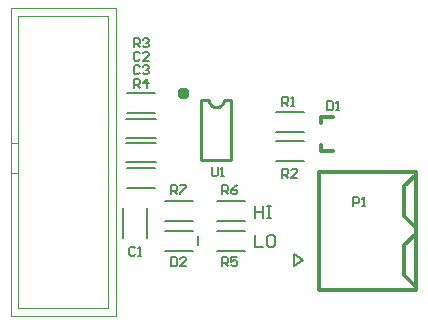
<source format=gto>
%FSLAX24Y24*%
%MOIN*%
%SFA1B1*%

%IPPOS*%
%ADD17C,0.010000*%
%ADD25C,0.024800*%
%ADD26C,0.012000*%
%ADD27C,0.008000*%
%ADD28C,0.011800*%
%ADD29C,0.007900*%
%ADD30C,0.004000*%
%ADD31C,0.005000*%
%LNpcb-1*%
%LPD*%
G54D17*
X16150Y17900D02*
D01*
X16150Y17882*
X16152Y17865*
X16155Y17848*
X16159Y17831*
X16165Y17814*
X16171Y17798*
X16179Y17782*
X16187Y17767*
X16197Y17753*
X16208Y17739*
X16220Y17726*
X16232Y17714*
X16246Y17702*
X16260Y17692*
X16275Y17683*
X16290Y17675*
X16306Y17668*
X16322Y17662*
X16339Y17657*
X16356Y17653*
X16373Y17651*
X16391Y17650*
X16408*
X16426Y17651*
X16443Y17653*
X16460Y17657*
X16477Y17662*
X16493Y17668*
X16509Y17675*
X16525Y17683*
X16539Y17692*
X16553Y17702*
X16567Y17714*
X16579Y17726*
X16591Y17739*
X16602Y17753*
X16612Y17767*
X16620Y17782*
X16628Y17798*
X16634Y17814*
X16640Y17831*
X16644Y17848*
X16647Y17865*
X16649Y17882*
X16650Y17900*
X15900D02*
X16150D01*
X16650D02*
X16900D01*
Y15900D02*
Y17900D01*
X15900Y15900D02*
X16900D01*
X15900D02*
Y17900D01*
G54D25*
X15367Y18120D02*
D01*
X15366Y18125*
X15366Y18130*
X15365Y18136*
X15363Y18141*
X15362Y18147*
X15360Y18152*
X15357Y18157*
X15354Y18161*
X15351Y18166*
X15348Y18170*
X15344Y18174*
X15340Y18178*
X15336Y18182*
X15332Y18185*
X15327Y18188*
X15322Y18191*
X15317Y18193*
X15312Y18195*
X15307Y18196*
X15301Y18197*
X15296Y18198*
X15290Y18198*
X15285*
X15279Y18198*
X15274Y18197*
X15268Y18196*
X15263Y18195*
X15258Y18193*
X15253Y18191*
X15248Y18188*
X15243Y18185*
X15239Y18182*
X15235Y18178*
X15231Y18174*
X15227Y18170*
X15224Y18166*
X15221Y18161*
X15218Y18157*
X15215Y18152*
X15213Y18147*
X15212Y18141*
X15210Y18136*
X15209Y18130*
X15209Y18125*
X15209Y18120*
X15209Y18114*
X15209Y18109*
X15210Y18103*
X15212Y18098*
X15213Y18092*
X15215Y18087*
X15218Y18082*
X15221Y18078*
X15224Y18073*
X15227Y18069*
X15231Y18065*
X15235Y18061*
X15239Y18057*
X15243Y18054*
X15248Y18051*
X15253Y18048*
X15258Y18046*
X15263Y18044*
X15268Y18043*
X15274Y18042*
X15279Y18041*
X15285Y18041*
X15290*
X15296Y18041*
X15301Y18042*
X15307Y18043*
X15312Y18044*
X15317Y18046*
X15322Y18048*
X15327Y18051*
X15332Y18054*
X15336Y18057*
X15340Y18061*
X15344Y18065*
X15348Y18069*
X15351Y18073*
X15354Y18078*
X15357Y18082*
X15360Y18087*
X15362Y18092*
X15363Y18098*
X15365Y18103*
X15366Y18109*
X15366Y18114*
X15367Y18120*
G54D26*
X19883Y17326D02*
X20283D01*
X19883Y16176D02*
X20283D01*
X19883Y17126D02*
Y17326D01*
Y16176D02*
Y16376D01*
G54D27*
X18385Y16815D02*
X19315D01*
X18385Y17485D02*
X19315D01*
X13396Y16465D02*
X14404D01*
X13396Y15835D02*
X14404D01*
X16435Y14535D02*
X17365D01*
X16435Y13865D02*
X17365D01*
X14685Y14535D02*
X15615D01*
X14685Y13865D02*
X15615D01*
X13306Y13296D02*
Y14304D01*
X14094Y13296D02*
Y14304D01*
X13396Y16635D02*
X14404D01*
X13396Y17265D02*
X14404D01*
X16435Y12865D02*
X17365D01*
X16435Y13535D02*
X17365D01*
X14685Y12865D02*
X15615D01*
X14685Y13535D02*
X15615D01*
X15790Y13041D02*
Y13359D01*
X13426Y17465D02*
X14355D01*
X13426Y18135D02*
X14355D01*
X13435Y14965D02*
X14365D01*
X13435Y15635D02*
X14365D01*
X18385Y16535D02*
X19315D01*
X18385Y15865D02*
X19315D01*
G54D28*
X22651Y14026D02*
X23044Y13633D01*
X22651Y15011D02*
X23044Y15404D01*
X22651Y14026D02*
Y15011D01*
Y12058D02*
X23044Y11664D01*
X22651Y13042D02*
X23044Y13436D01*
X22651Y12058D02*
Y13042D01*
X19836Y11566D02*
X21450D01*
X23064*
X19836D02*
Y15503D01*
X23064Y11566D02*
Y15503D01*
X19836D02*
X23064D01*
G54D29*
X18989Y12747D02*
X19285Y12550D01*
X18989D02*
Y12747D01*
Y12353D02*
Y12550D01*
Y12353D02*
X19285Y12550D01*
G54D30*
X9800Y10950D02*
X12800D01*
X9800Y20700D02*
X12800D01*
X9550Y20950D02*
X13050D01*
X9550Y10700D02*
X13050D01*
X9550Y20950D02*
X9560Y10700D01*
X12800Y10950D02*
Y20700D01*
X13040Y10710D02*
X13050Y20950D01*
X9800Y10950D02*
Y15950D01*
X9550Y15470D02*
X9800D01*
Y15950D02*
Y20700D01*
X9550Y16470D02*
X9800D01*
G54D31*
X16250Y15650D02*
Y15400D01*
X16300Y15350*
X16400*
X16450Y15400*
Y15650*
X16550Y15350D02*
X16650D01*
X16600*
Y15650*
X16550Y15600*
X14900Y14750D02*
Y15050D01*
X15050*
X15100Y15000*
Y14900*
X15050Y14850*
X14900*
X15000D02*
X15100Y14750D01*
X15200Y15050D02*
X15400D01*
Y15000*
X15200Y14800*
Y14750*
X16600D02*
Y15050D01*
X16750*
X16800Y15000*
Y14900*
X16750Y14850*
X16600*
X16700D02*
X16800Y14750D01*
X17100Y15050D02*
X17000Y15000D01*
X16900Y14900*
Y14800*
X16950Y14750*
X17050*
X17100Y14800*
Y14850*
X17050Y14900*
X16900*
X16600Y12350D02*
Y12650D01*
X16750*
X16800Y12600*
Y12500*
X16750Y12450*
X16600*
X16700D02*
X16800Y12350D01*
X17100Y12650D02*
X16900D01*
Y12500*
X17000Y12550*
X17050*
X17100Y12500*
Y12400*
X17050Y12350*
X16950*
X16900Y12400*
X13650Y18300D02*
Y18600D01*
X13800*
X13850Y18550*
Y18450*
X13800Y18400*
X13650*
X13750D02*
X13850Y18300D01*
X14100D02*
Y18600D01*
X13950Y18450*
X14150*
X13650Y19650D02*
Y19950D01*
X13800*
X13850Y19900*
Y19800*
X13800Y19750*
X13650*
X13750D02*
X13850Y19650D01*
X13950Y19900D02*
X14000Y19950D01*
X14100*
X14150Y19900*
Y19850*
X14100Y19800*
X14050*
X14100*
X14150Y19750*
Y19700*
X14100Y19650*
X14000*
X13950Y19700*
X18600Y15300D02*
Y15600D01*
X18750*
X18800Y15550*
Y15450*
X18750Y15400*
X18600*
X18700D02*
X18800Y15300D01*
X19100D02*
X18900D01*
X19100Y15500*
Y15550*
X19050Y15600*
X18950*
X18900Y15550*
X18600Y17700D02*
Y18000D01*
X18750*
X18800Y17950*
Y17850*
X18750Y17800*
X18600*
X18700D02*
X18800Y17700D01*
X18900D02*
X19000D01*
X18950*
Y18000*
X18900Y17950*
X20960Y14340D02*
Y14640D01*
X21110*
X21160Y14590*
Y14490*
X21110Y14440*
X20960*
X21260Y14340D02*
X21360D01*
X21310*
Y14640*
X21260Y14590*
X14900Y12650D02*
Y12350D01*
X15050*
X15100Y12400*
Y12600*
X15050Y12650*
X14900*
X15400Y12350D02*
X15200D01*
X15400Y12550*
Y12600*
X15350Y12650*
X15250*
X15200Y12600*
X20100Y17850D02*
Y17550D01*
X20250*
X20300Y17600*
Y17800*
X20250Y17850*
X20100*
X20400Y17550D02*
X20500D01*
X20450*
Y17850*
X20400Y17800*
X13850Y19000D02*
X13800Y19050D01*
X13700*
X13650Y19000*
Y18800*
X13700Y18750*
X13800*
X13850Y18800*
X13950Y19000D02*
X14000Y19050D01*
X14100*
X14150Y19000*
Y18950*
X14100Y18900*
X14050*
X14100*
X14150Y18850*
Y18800*
X14100Y18750*
X14000*
X13950Y18800*
X13850Y19450D02*
X13800Y19500D01*
X13700*
X13650Y19450*
Y19250*
X13700Y19200*
X13800*
X13850Y19250*
X14150Y19200D02*
X13950D01*
X14150Y19400*
Y19450*
X14100Y19500*
X14000*
X13950Y19450*
X13700Y12950D02*
X13650Y13000D01*
X13550*
X13500Y12950*
Y12750*
X13550Y12700*
X13650*
X13700Y12750*
X13800Y12700D02*
X13900D01*
X13850*
Y13000*
X13800Y12950*
X17700Y13400D02*
Y13000D01*
X17967*
X18300Y13400D02*
X18167D01*
X18100Y13333*
Y13067*
X18167Y13000*
X18300*
X18366Y13067*
Y13333*
X18300Y13400*
X17700Y14350D02*
Y13950D01*
Y14150*
X17967*
Y14350*
Y13950*
X18100Y14350D02*
X18233D01*
X18167*
Y13950*
X18100*
X18233*
M02*
</source>
